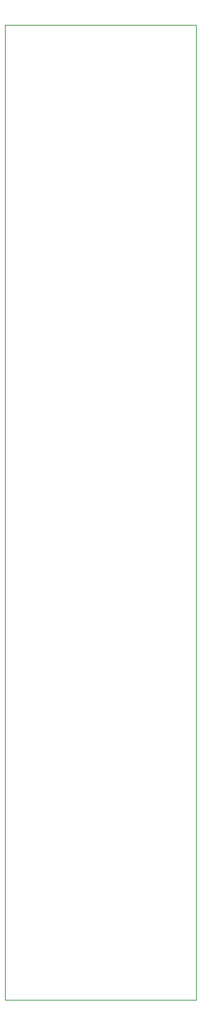
<source format=gbr>
G04 Layer_Color=0*
%FSLAX26Y26*%
%MOIN*%
%TF.FileFunction,Profile*%
%TF.Part,Single*%
G01*
G75*
%TA.AperFunction,Profile*%
%ADD23C,0.001000*%
D23*
X5550000Y3500000D02*
X6450000D01*
Y8070000D01*
X5550000D01*
Y3500000D01*
%TF.MD5,4FC4D13C10BA2EC637F778316B17F930*%
M02*

</source>
